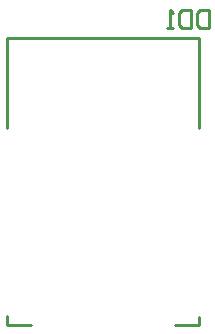
<source format=gbo>
G04 Layer_Color=32896*
%FSLAX25Y25*%
%MOIN*%
G70*
G01*
G75*
%ADD23C,0.01000*%
D23*
X334150Y379482D02*
X398150D01*
X334150Y349482D02*
Y379482D01*
Y283982D02*
Y286982D01*
Y283982D02*
X342150D01*
X390150D02*
X398150D01*
Y286482D01*
Y349482D02*
Y379482D01*
X401502Y388960D02*
Y382962D01*
X398503D01*
X397503Y383962D01*
Y387961D01*
X398503Y388960D01*
X401502D01*
X395503D02*
Y382962D01*
X392505D01*
X391505Y383962D01*
Y387961D01*
X392505Y388960D01*
X395503D01*
X389506Y382962D02*
X387506D01*
X388506D01*
Y388960D01*
X389506Y387961D01*
M02*

</source>
